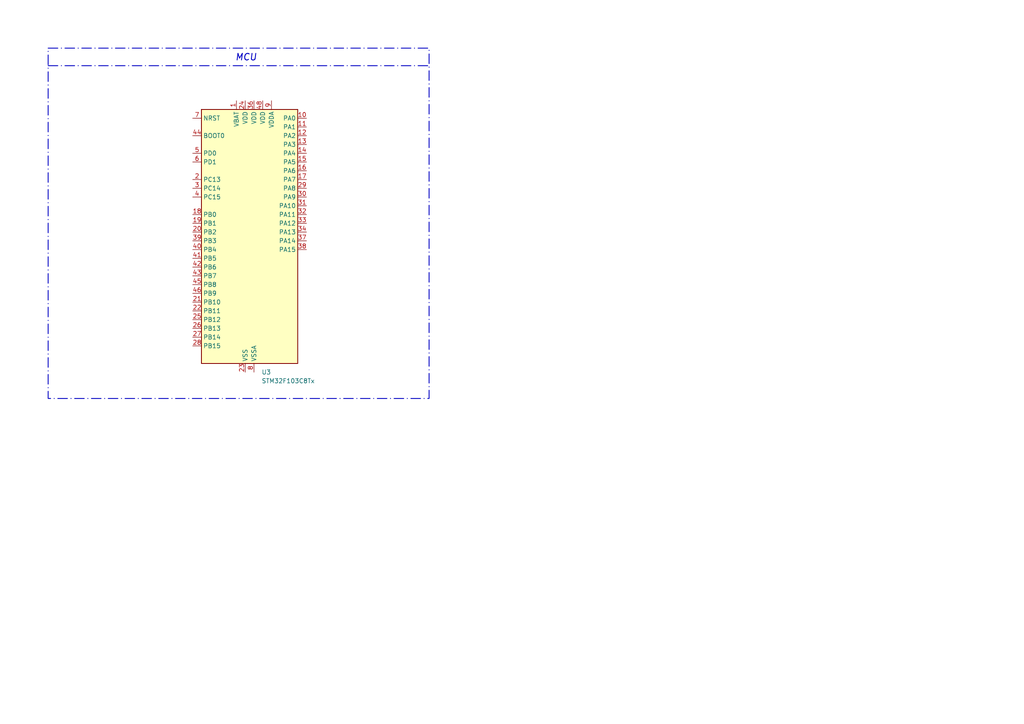
<source format=kicad_sch>
(kicad_sch (version 20231120) (generator "eeschema") (generator_version "8.0")
  (paper "A4")
  (lib_symbols
    (symbol "MCU_ST_STM32F1:STM32F103C8Tx"
      (property "Reference" "U" (at -12.7 39.37 0))
      (property "Value" "STM32F103C8Tx" (at 10.16 39.37 0))
      (symbol "STM32F103C8Tx_0_1"
        (rectangle (start -12.7 -35.56) (end 15.24 38.1) (stroke (width 0.254)) (fill (type background)))
      )
      (symbol "STM32F103C8Tx_1_1"
        (pin power_in line (at -2.54 40.64 270) (length 2.54) (name "VBAT") (number "1"))
        (pin bidirectional line (at 17.78 35.56 180) (length 2.54) (name "PA0") (number "10"))
        (pin bidirectional line (at 17.78 33.02 180) (length 2.54) (name "PA1") (number "11"))
        (pin bidirectional line (at 17.78 30.48 180) (length 2.54) (name "PA2") (number "12"))
        (pin bidirectional line (at 17.78 27.94 180) (length 2.54) (name "PA3") (number "13"))
        (pin bidirectional line (at 17.78 25.4 180) (length 2.54) (name "PA4") (number "14"))
        (pin bidirectional line (at 17.78 22.86 180) (length 2.54) (name "PA5") (number "15"))
        (pin bidirectional line (at 17.78 20.32 180) (length 2.54) (name "PA6") (number "16"))
        (pin bidirectional line (at 17.78 17.78 180) (length 2.54) (name "PA7") (number "17"))
        (pin bidirectional line (at -15.24 7.62 0) (length 2.54) (name "PB0") (number "18"))
        (pin bidirectional line (at -15.24 5.08 0) (length 2.54) (name "PB1") (number "19"))
        (pin bidirectional line (at -15.24 17.78 0) (length 2.54) (name "PC13") (number "2"))
        (pin bidirectional line (at -15.24 2.54 0) (length 2.54) (name "PB2") (number "20"))
        (pin bidirectional line (at -15.24 -17.78 0) (length 2.54) (name "PB10") (number "21"))
        (pin bidirectional line (at -15.24 -20.32 0) (length 2.54) (name "PB11") (number "22"))
        (pin power_in line (at 0 -38.1 90) (length 2.54) (name "VSS") (number "23"))
        (pin power_in line (at 0 40.64 270) (length 2.54) (name "VDD") (number "24"))
        (pin bidirectional line (at -15.24 -22.86 0) (length 2.54) (name "PB12") (number "25"))
        (pin bidirectional line (at -15.24 -25.4 0) (length 2.54) (name "PB13") (number "26"))
        (pin bidirectional line (at -15.24 -27.94 0) (length 2.54) (name "PB14") (number "27"))
        (pin bidirectional line (at -15.24 -30.48 0) (length 2.54) (name "PB15") (number "28"))
        (pin bidirectional line (at 17.78 15.24 180) (length 2.54) (name "PA8") (number "29"))
        (pin bidirectional line (at -15.24 15.24 0) (length 2.54) (name "PC14") (number "3"))
        (pin bidirectional line (at 17.78 12.7 180) (length 2.54) (name "PA9") (number "30"))
        (pin bidirectional line (at 17.78 10.16 180) (length 2.54) (name "PA10") (number "31"))
        (pin bidirectional line (at 17.78 7.62 180) (length 2.54) (name "PA11") (number "32"))
        (pin bidirectional line (at 17.78 5.08 180) (length 2.54) (name "PA12") (number "33"))
        (pin bidirectional line (at 17.78 2.54 180) (length 2.54) (name "PA13") (number "34"))
        (pin passive line (at 0 -38.1 90) (length 2.54) hide (name "VSS") (number "35"))
        (pin power_in line (at 2.54 40.64 270) (length 2.54) (name "VDD") (number "36"))
        (pin bidirectional line (at 17.78 0 180) (length 2.54) (name "PA14") (number "37"))
        (pin bidirectional line (at 17.78 -2.54 180) (length 2.54) (name "PA15") (number "38"))
        (pin bidirectional line (at -15.24 0 0) (length 2.54) (name "PB3") (number "39"))
        (pin bidirectional line (at -15.24 12.7 0) (length 2.54) (name "PC15") (number "4"))
        (pin bidirectional line (at -15.24 -2.54 0) (length 2.54) (name "PB4") (number "40"))
        (pin bidirectional line (at -15.24 -5.08 0) (length 2.54) (name "PB5") (number "41"))
        (pin bidirectional line (at -15.24 -7.62 0) (length 2.54) (name "PB6") (number "42"))
        (pin bidirectional line (at -15.24 -10.16 0) (length 2.54) (name "PB7") (number "43"))
        (pin input line (at -15.24 30.48 0) (length 2.54) (name "BOOT0") (number "44"))
        (pin bidirectional line (at -15.24 -12.7 0) (length 2.54) (name "PB8") (number "45"))
        (pin bidirectional line (at -15.24 -15.24 0) (length 2.54) (name "PB9") (number "46"))
        (pin passive line (at 0 -38.1 90) (length 2.54) hide (name "VSS") (number "47"))
        (pin power_in line (at 5.08 40.64 270) (length 2.54) (name "VDD") (number "48"))
        (pin bidirectional line (at -15.24 25.4 0) (length 2.54) (name "PD0") (number "5"))
        (pin bidirectional line (at -15.24 22.86 0) (length 2.54) (name "PD1") (number "6"))
        (pin input line (at -15.24 35.56 0) (length 2.54) (name "NRST") (number "7"))
        (pin power_in line (at 2.54 -38.1 90) (length 2.54) (name "VSSA") (number "8"))
        (pin power_in line (at 7.62 40.64 270) (length 2.54) (name "VDDA") (number "9"))
      )
    )
  )
  (polyline (pts (xy 13.97 19.05) (xy 124.46 19.05)) (stroke (width 0.254) (type dash_dot)))
  (rectangle (start 13.97 13.97) (end 124.46 115.57) (stroke (width 0.254) (type dash_dot)))
  (text "MCU" (at 71.374 16.764 0) (effects (font (size 1.905 1.905) (thickness 0.254) (bold yes) (italic yes))))
  (symbol (lib_id "MCU_ST_STM32F1:STM32F103C8Tx") (at 71.12 69.85 0) (unit 1)
    (property "Reference" "U3" (at 75.8541 107.95 0) (effects (justify left)))
    (property "Value" "STM32F103C8Tx" (at 75.8541 110.49 0) (effects (justify left)))
    (property "Footprint" "Package_QFP:LQFP-48_7x7mm_P0.5mm" (effects (hide yes)))
    (property "Datasheet" "https://www.st.com/resource/en/datasheet/stm32f103c8.pdf" (effects (hide yes)))
    (property "Description" "STMicroelectronics Arm Cortex-M3 MCU, 64KB flash, 20KB RAM, 72 MHz, 2.0-3.6V, 37 GPIO, LQFP48" (effects (hide yes)))
  )
)
</source>
